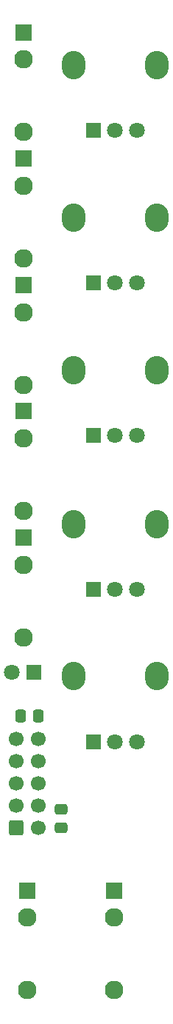
<source format=gbr>
%TF.GenerationSoftware,KiCad,Pcbnew,6.0.11+dfsg-1~bpo11+1*%
%TF.CreationDate,2023-12-01T17:46:12+08:00*%
%TF.ProjectId,MiniAttenuMix v0.3 - Main,4d696e69-4174-4746-956e-754d69782076,v0.3*%
%TF.SameCoordinates,Original*%
%TF.FileFunction,Soldermask,Top*%
%TF.FilePolarity,Negative*%
%FSLAX46Y46*%
G04 Gerber Fmt 4.6, Leading zero omitted, Abs format (unit mm)*
G04 Created by KiCad (PCBNEW 6.0.11+dfsg-1~bpo11+1) date 2023-12-01 17:46:12*
%MOMM*%
%LPD*%
G01*
G04 APERTURE LIST*
G04 Aperture macros list*
%AMRoundRect*
0 Rectangle with rounded corners*
0 $1 Rounding radius*
0 $2 $3 $4 $5 $6 $7 $8 $9 X,Y pos of 4 corners*
0 Add a 4 corners polygon primitive as box body*
4,1,4,$2,$3,$4,$5,$6,$7,$8,$9,$2,$3,0*
0 Add four circle primitives for the rounded corners*
1,1,$1+$1,$2,$3*
1,1,$1+$1,$4,$5*
1,1,$1+$1,$6,$7*
1,1,$1+$1,$8,$9*
0 Add four rect primitives between the rounded corners*
20,1,$1+$1,$2,$3,$4,$5,0*
20,1,$1+$1,$4,$5,$6,$7,0*
20,1,$1+$1,$6,$7,$8,$9,0*
20,1,$1+$1,$8,$9,$2,$3,0*%
G04 Aperture macros list end*
%ADD10O,2.720000X3.240000*%
%ADD11R,1.800000X1.800000*%
%ADD12C,1.800000*%
%ADD13R,1.930000X1.830000*%
%ADD14C,2.130000*%
%ADD15RoundRect,0.250000X0.337500X0.475000X-0.337500X0.475000X-0.337500X-0.475000X0.337500X-0.475000X0*%
%ADD16RoundRect,0.250000X-0.475000X0.337500X-0.475000X-0.337500X0.475000X-0.337500X0.475000X0.337500X0*%
%ADD17RoundRect,0.250000X-0.600000X-0.600000X0.600000X-0.600000X0.600000X0.600000X-0.600000X0.600000X0*%
%ADD18C,1.700000*%
G04 APERTURE END LIST*
D10*
%TO.C,RV4*%
X159900000Y-95625000D03*
X150300000Y-95625000D03*
D11*
X152600000Y-103125000D03*
D12*
X155100000Y-103125000D03*
X157600000Y-103125000D03*
%TD*%
D13*
%TO.C,OUT_INV1*%
X155000000Y-137550000D03*
D14*
X155000000Y-148950000D03*
X155000000Y-140650000D03*
%TD*%
D11*
%TO.C,D1*%
X145775000Y-112600000D03*
D12*
X143235000Y-112600000D03*
%TD*%
D13*
%TO.C,IN2*%
X144600000Y-53870000D03*
D14*
X144600000Y-65270000D03*
X144600000Y-56970000D03*
%TD*%
D15*
%TO.C,C1*%
X146287500Y-117550000D03*
X144212500Y-117550000D03*
%TD*%
D10*
%TO.C,RV1*%
X159900000Y-43125000D03*
X150300000Y-43125000D03*
D11*
X152600000Y-50625000D03*
D12*
X155100000Y-50625000D03*
X157600000Y-50625000D03*
%TD*%
D10*
%TO.C,RV3*%
X159900000Y-78025000D03*
X150300000Y-78025000D03*
D11*
X152600000Y-85525000D03*
D12*
X155100000Y-85525000D03*
X157600000Y-85525000D03*
%TD*%
D16*
%TO.C,C2*%
X148900000Y-128262500D03*
X148900000Y-130337500D03*
%TD*%
D10*
%TO.C,RV2*%
X159900000Y-60572800D03*
X150300000Y-60572800D03*
D11*
X152600000Y-68072800D03*
D12*
X155100000Y-68072800D03*
X157600000Y-68072800D03*
%TD*%
D13*
%TO.C,OUT1*%
X145000000Y-137550000D03*
D14*
X145000000Y-148950000D03*
X145000000Y-140650000D03*
%TD*%
D13*
%TO.C,IN3*%
X144600000Y-68300000D03*
D14*
X144600000Y-79700000D03*
X144600000Y-71400000D03*
%TD*%
D13*
%TO.C,IN4*%
X144600000Y-82720000D03*
D14*
X144600000Y-94120000D03*
X144600000Y-85820000D03*
%TD*%
D13*
%TO.C,IN1*%
X144600000Y-39420000D03*
D14*
X144600000Y-50820000D03*
X144600000Y-42520000D03*
%TD*%
D10*
%TO.C,RV5*%
X159900000Y-113025000D03*
X150300000Y-113025000D03*
D11*
X152600000Y-120525000D03*
D12*
X155100000Y-120525000D03*
X157600000Y-120525000D03*
%TD*%
D13*
%TO.C,IN5*%
X144600000Y-97170000D03*
D14*
X144600000Y-108570000D03*
X144600000Y-100270000D03*
%TD*%
D17*
%TO.C,J1*%
X143697500Y-130330000D03*
D18*
X146237500Y-130330000D03*
X143697500Y-127790000D03*
X146237500Y-127790000D03*
X143697500Y-125250000D03*
X146237500Y-125250000D03*
X143697500Y-122710000D03*
X146237500Y-122710000D03*
X143697500Y-120170000D03*
X146237500Y-120170000D03*
%TD*%
M02*

</source>
